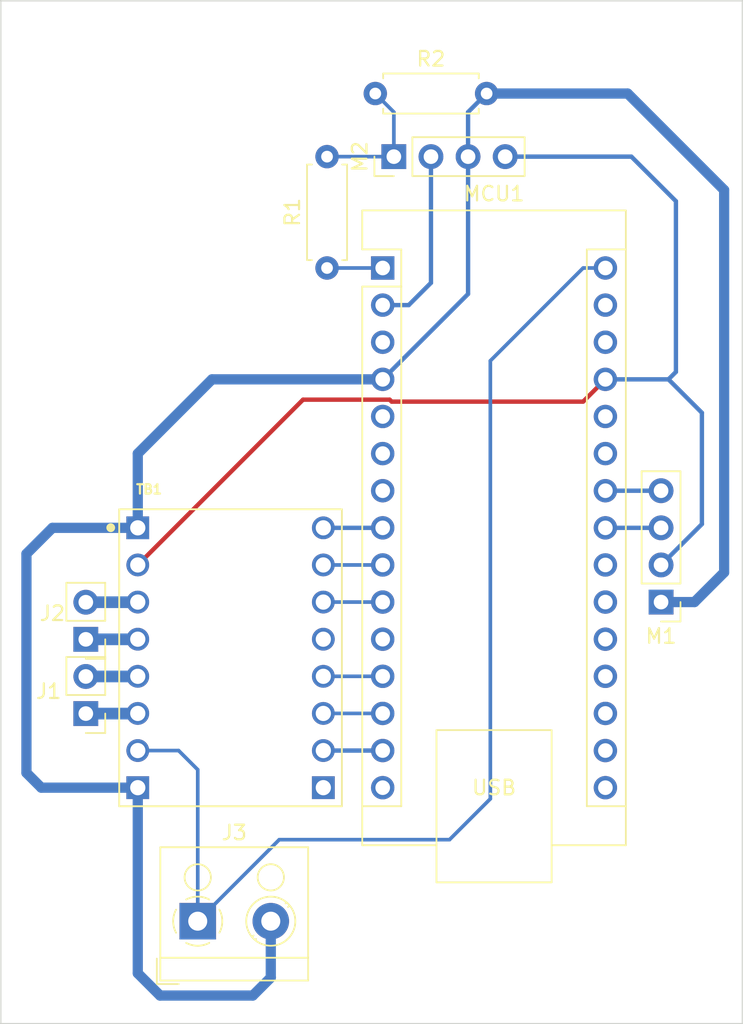
<source format=kicad_pcb>
(kicad_pcb (version 20221018) (generator pcbnew)
  (layers (0 "F.Cu" signal) (31 "B.Cu" signal) (34 "B.Paste" user) (35 "F.Paste" user) (36 "B.SilkS" user "B.Silkscreen") (37 "F.SilkS" user "F.Silkscreen") (38 "B.Mask" user) (39 "F.Mask" user) (44 "Edge.Cuts" user))
  (net 0 "")
  (net 2 "unconnected-(MCU1-D2-Pad5)")
  (net 15 "GND")
  (net 16 "/5V MCU")
  (net 17 "/SDA")
  (net 18 "/SCL")
  (net 19 "/A01")
  (net 20 "/A02")
  (net 21 "/B02")
  (net 22 "/B01")
  (net 23 "/PWMB")
  (net 24 "/PWMA")
  (net 25 "/BIN2")
  (net 26 "/BIN1")
  (net 27 "/AIN2")
  (net 28 "/AIN1")
  (net 30 "Net-(M2-Pin_1)")
  (net 31 "/D1")
  (net 32 "/D0")
  (net 33 "/8.4V")
  (footprint "Resistor_THT:R_Axial_DIN0207_L6.3mm_D2.5mm_P7.62mm_Horizontal" (layer "F.Cu") (at 49.53 65.786 90)
    (fp_text reference "R1" (at 3.81 -2.37 90) (layer "F.SilkS"))
    (fp_text value "1K")
    (fp_line (start 0.54 -1.37) (end 7.08 -1.37) (stroke (width 0.12)) (layer "F.SilkS"))
    (fp_line (start 0.54 -1.04) (end 0.54 -1.37) (stroke (width 0.12)) (layer "F.SilkS"))
    (fp_line (start 0.54 1.04) (end 0.54 1.37) (stroke (width 0.12)) (layer "F.SilkS"))
    (fp_line (start 0.54 1.37) (end 7.08 1.37) (stroke (width 0.12)) (layer "F.SilkS"))
    (fp_line (start 7.08 -1.37) (end 7.08 -1.04) (stroke (width 0.12)) (layer "F.SilkS"))
    (fp_line (start 7.08 1.37) (end 7.08 1.04) (stroke (width 0.12)) (layer "F.SilkS"))
    (pad "1" thru_hole circle (at 0 0 90) (size 1.6 1.6) (drill 0.8) (layers "*.Cu" "*.Mask") (net 32 "/D0"))
    (pad "2" thru_hole oval (at 7.62 0 90) (size 1.6 1.6) (drill 0.8) (layers "*.Cu" "*.Mask") (net 30 "Net-(M2-Pin_1)"))
  )
  (footprint "Module:Arduino_Nano" (layer "F.Cu") (at 53.34 65.786)
    (fp_text reference "MCU1" (at 7.62 -5.08) (layer "F.SilkS"))
    (fp_text value "Arduino_Nano_Every")
    (fp_text user "USB" (at 7.62 35.56 unlocked) (layer "F.SilkS"))
    (fp_line (start -1.4 -3.94) (end -1.4 -1.27) (stroke (width 0.12)) (layer "F.SilkS"))
    (fp_line (start -1.4 1.27) (end -1.4 39.5) (stroke (width 0.12)) (layer "F.SilkS"))
    (fp_line (start -1.4 39.5) (end 3.68 39.5) (stroke (width 0.12)) (layer "F.SilkS"))
    (fp_line (start 1.27 -1.27) (end -1.4 -1.27) (stroke (width 0.12)) (layer "F.SilkS"))
    (fp_line (start 1.27 1.27) (end -1.4 1.27) (stroke (width 0.12)) (layer "F.SilkS"))
    (fp_line (start 1.27 1.27) (end 1.27 -1.27) (stroke (width 0.12)) (layer "F.SilkS"))
    (fp_line (start 1.27 1.27) (end 1.27 36.83) (stroke (width 0.12)) (layer "F.SilkS"))
    (fp_line (start 1.27 36.83) (end -1.4 36.83) (stroke (width 0.12)) (layer "F.SilkS"))
    (fp_line (start 3.68 31.62) (end 11.56 31.62) (stroke (width 0.12)) (layer "F.SilkS"))
    (fp_line (start 3.68 42.04) (end 3.68 31.62) (stroke (width 0.12)) (layer "F.SilkS"))
    (fp_line (start 11.56 31.62) (end 11.56 42.04) (stroke (width 0.12)) (layer "F.SilkS"))
    (fp_line (start 11.56 42.04) (end 3.68 42.04) (stroke (width 0.12)) (layer "F.SilkS"))
    (fp_line (start 13.97 -1.27) (end 13.97 36.83) (stroke (width 0.12)) (layer "F.SilkS"))
    (fp_line (start 13.97 -1.27) (end 16.64 -1.27) (stroke (width 0.12)) (layer "F.SilkS"))
    (fp_line (start 13.97 36.83) (end 16.64 36.83) (stroke (width 0.12)) (layer "F.SilkS"))
    (fp_line (start 16.64 -3.94) (end -1.4 -3.94) (stroke (width 0.12)) (layer "F.SilkS"))
    (fp_line (start 16.64 39.5) (end 11.56 39.5) (stroke (width 0.12)) (layer "F.SilkS"))
    (fp_line (start 16.64 39.5) (end 16.64 -3.94) (stroke (width 0.12)) (layer "F.SilkS"))
    (pad "1" thru_hole rect (at 0 0) (size 1.6 1.6) (drill 1) (layers "*.Cu" "*.Mask") (net 32 "/D0"))
    (pad "2" thru_hole oval (at 0 2.54) (size 1.6 1.6) (drill 1) (layers "*.Cu" "*.Mask") (net 31 "/D1"))
    (pad "3" thru_hole oval (at 0 5.08) (size 1.6 1.6) (drill 1) (layers "*.Cu" "*.Mask"))
    (pad "4" thru_hole oval (at 0 7.62) (size 1.6 1.6) (drill 1) (layers "*.Cu" "*.Mask") (net 15 "GND"))
    (pad "5" thru_hole oval (at 0 10.16) (size 1.6 1.6) (drill 1) (layers "*.Cu" "*.Mask") (net 2 "unconnected-(MCU1-D2-Pad5)"))
    (pad "6" thru_hole oval (at 0 12.7) (size 1.6 1.6) (drill 1) (layers "*.Cu" "*.Mask"))
    (pad "7" thru_hole oval (at 0 15.24) (size 1.6 1.6) (drill 1) (layers "*.Cu" "*.Mask"))
    (pad "8" thru_hole oval (at 0 17.78) (size 1.6 1.6) (drill 1) (layers "*.Cu" "*.Mask") (net 24 "/PWMA"))
    (pad "9" thru_hole oval (at 0 20.32) (size 1.6 1.6) (drill 1) (layers "*.Cu" "*.Mask") (net 27 "/AIN2"))
    (pad "10" thru_hole oval (at 0 22.86) (size 1.6 1.6) (drill 1) (layers "*.Cu" "*.Mask") (net 28 "/AIN1"))
    (pad "11" thru_hole oval (at 0 25.4) (size 1.6 1.6) (drill 1) (layers "*.Cu" "*.Mask"))
    (pad "12" thru_hole oval (at 0 27.94) (size 1.6 1.6) (drill 1) (layers "*.Cu" "*.Mask") (net 26 "/BIN1"))
    (pad "13" thru_hole oval (at 0 30.48) (size 1.6 1.6) (drill 1) (layers "*.Cu" "*.Mask") (net 25 "/BIN2"))
    (pad "14" thru_hole oval (at 0 33.02) (size 1.6 1.6) (drill 1) (layers "*.Cu" "*.Mask") (net 23 "/PWMB"))
    (pad "15" thru_hole oval (at 0 35.56) (size 1.6 1.6) (drill 1) (layers "*.Cu" "*.Mask"))
    (pad "16" thru_hole oval (at 15.24 35.56) (size 1.6 1.6) (drill 1) (layers "*.Cu" "*.Mask"))
    (pad "17" thru_hole oval (at 15.24 33.02) (size 1.6 1.6) (drill 1) (layers "*.Cu" "*.Mask"))
    (pad "18" thru_hole oval (at 15.24 30.48) (size 1.6 1.6) (drill 1) (layers "*.Cu" "*.Mask"))
    (pad "19" thru_hole oval (at 15.24 27.94) (size 1.6 1.6) (drill 1) (layers "*.Cu" "*.Mask"))
    (pad "20" thru_hole oval (at 15.24 25.4) (size 1.6 1.6) (drill 1) (layers "*.Cu" "*.Mask"))
    (pad "21" thru_hole oval (at 15.24 22.86) (size 1.6 1.6) (drill 1) (layers "*.Cu" "*.Mask"))
    (pad "22" thru_hole oval (at 15.24 20.32) (size 1.6 1.6) (drill 1) (layers "*.Cu" "*.Mask"))
    (pad "23" thru_hole oval (at 15.24 17.78) (size 1.6 1.6) (drill 1) (layers "*.Cu" "*.Mask") (net 17 "/SDA"))
    (pad "24" thru_hole oval (at 15.24 15.24) (size 1.6 1.6) (drill 1) (layers "*.Cu" "*.Mask") (net 18 "/SCL"))
    (pad "25" thru_hole oval (at 15.24 12.7) (size 1.6 1.6) (drill 1) (layers "*.Cu" "*.Mask"))
    (pad "26" thru_hole oval (at 15.24 10.16) (size 1.6 1.6) (drill 1) (layers "*.Cu" "*.Mask"))
    (pad "27" thru_hole oval (at 15.24 7.62) (size 1.6 1.6) (drill 1) (layers "*.Cu" "*.Mask") (net 16 "/5V MCU"))
    (pad "28" thru_hole oval (at 15.24 5.08) (size 1.6 1.6) (drill 1) (layers "*.Cu" "*.Mask"))
    (pad "29" thru_hole oval (at 15.24 2.54) (size 1.6 1.6) (drill 1) (layers "*.Cu" "*.Mask") (net 15 "GND"))
    (pad "30" thru_hole oval (at 15.24 0) (size 1.6 1.6) (drill 1) (layers "*.Cu" "*.Mask") (net 33 "/8.4V"))
  )
  (footprint "Resistor_THT:R_Axial_DIN0207_L6.3mm_D2.5mm_P7.62mm_Horizontal" (layer "F.Cu") (at 52.832 53.848)
    (fp_text reference "R2" (at 3.81 -2.37) (layer "F.SilkS"))
    (fp_text value "2K")
    (fp_line (start 0.54 -1.37) (end 7.08 -1.37) (stroke (width 0.12)) (layer "F.SilkS"))
    (fp_line (start 0.54 -1.04) (end 0.54 -1.37) (stroke (width 0.12)) (layer "F.SilkS"))
    (fp_line (start 0.54 1.04) (end 0.54 1.37) (stroke (width 0.12)) (layer "F.SilkS"))
    (fp_line (start 0.54 1.37) (end 7.08 1.37) (stroke (width 0.12)) (layer "F.SilkS"))
    (fp_line (start 7.08 -1.37) (end 7.08 -1.04) (stroke (width 0.12)) (layer "F.SilkS"))
    (fp_line (start 7.08 1.37) (end 7.08 1.04) (stroke (width 0.12)) (layer "F.SilkS"))
    (pad "1" thru_hole circle (at 0 0) (size 1.6 1.6) (drill 0.8) (layers "*.Cu" "*.Mask") (net 30 "Net-(M2-Pin_1)"))
    (pad "2" thru_hole oval (at 7.62 0) (size 1.6 1.6) (drill 0.8) (layers "*.Cu" "*.Mask") (net 15 "GND"))
  )
  (footprint "Connector_PinHeader_2.54mm:PinHeader_1x04_P2.54mm_Vertical" (layer "F.Cu") (at 54.102 58.166 90)
    (fp_text reference "M2" (at 0 -2.33 90) (layer "F.SilkS"))
    (fp_text value "HC-05")
    (fp_line (start -1.33 -1.33) (end 0 -1.33) (stroke (width 0.12)) (layer "F.SilkS"))
    (fp_line (start -1.33 0) (end -1.33 -1.33) (stroke (width 0.12)) (layer "F.SilkS"))
    (fp_line (start -1.33 1.27) (end -1.33 8.95) (stroke (width 0.12)) (layer "F.SilkS"))
    (fp_line (start -1.33 1.27) (end 1.33 1.27) (stroke (width 0.12)) (layer "F.SilkS"))
    (fp_line (start -1.33 8.95) (end 1.33 8.95) (stroke (width 0.12)) (layer "F.SilkS"))
    (fp_line (start 1.33 1.27) (end 1.33 8.95) (stroke (width 0.12)) (layer "F.SilkS"))
    (pad "1" thru_hole rect (at 0 0 90) (size 1.7 1.7) (drill 1) (layers "*.Cu" "*.Mask") (net 30 "Net-(M2-Pin_1)"))
    (pad "2" thru_hole oval (at 0 2.54 90) (size 1.7 1.7) (drill 1) (layers "*.Cu" "*.Mask") (net 31 "/D1"))
    (pad "3" thru_hole oval (at 0 5.08 90) (size 1.7 1.7) (drill 1) (layers "*.Cu" "*.Mask") (net 15 "GND"))
    (pad "4" thru_hole oval (at 0 7.62 90) (size 1.7 1.7) (drill 1) (layers "*.Cu" "*.Mask") (net 16 "/5V MCU"))
  )
  (footprint "Connector_PinHeader_2.54mm:PinHeader_1x02_P2.54mm_Vertical" (layer "F.Cu") (at 33.02 96.276 180)
    (fp_text reference "J1" (at 2.54 1.524) (layer "F.SilkS"))
    (fp_text value "MotorB")
    (fp_line (start -1.33 -1.33) (end 0 -1.33) (stroke (width 0.12)) (layer "F.SilkS"))
    (fp_line (start -1.33 0) (end -1.33 -1.33) (stroke (width 0.12)) (layer "F.SilkS"))
    (fp_line (start -1.33 1.27) (end -1.33 3.87) (stroke (width 0.12)) (layer "F.SilkS"))
    (fp_line (start -1.33 1.27) (end 1.33 1.27) (stroke (width 0.12)) (layer "F.SilkS"))
    (fp_line (start -1.33 3.87) (end 1.33 3.87) (stroke (width 0.12)) (layer "F.SilkS"))
    (fp_line (start 1.33 1.27) (end 1.33 3.87) (stroke (width 0.12)) (layer "F.SilkS"))
    (pad "1" thru_hole rect (at 0 0 180) (size 1.7 1.7) (drill 1) (layers "*.Cu" "*.Mask") (net 22 "/B01"))
    (pad "2" thru_hole oval (at 0 2.54 180) (size 1.7 1.7) (drill 1) (layers "*.Cu" "*.Mask") (net 21 "/B02"))
  )
  (footprint "Connector_PinHeader_2.54mm:PinHeader_1x02_P2.54mm_Vertical" (layer "F.Cu") (at 33.02 91.196 180)
    (fp_text reference "J2" (at 2.286 1.778) (layer "F.SilkS"))
    (fp_text value "MotorA")
    (fp_line (start -1.33 -1.33) (end 0 -1.33) (stroke (width 0.12)) (layer "F.SilkS"))
    (fp_line (start -1.33 0) (end -1.33 -1.33) (stroke (width 0.12)) (layer "F.SilkS"))
    (fp_line (start -1.33 1.27) (end -1.33 3.87) (stroke (width 0.12)) (layer "F.SilkS"))
    (fp_line (start -1.33 1.27) (end 1.33 1.27) (stroke (width 0.12)) (layer "F.SilkS"))
    (fp_line (start -1.33 3.87) (end 1.33 3.87) (stroke (width 0.12)) (layer "F.SilkS"))
    (fp_line (start 1.33 1.27) (end 1.33 3.87) (stroke (width 0.12)) (layer "F.SilkS"))
    (pad "1" thru_hole rect (at 0 0 180) (size 1.7 1.7) (drill 1) (layers "*.Cu" "*.Mask") (net 19 "/A01"))
    (pad "2" thru_hole oval (at 0 2.54 180) (size 1.7 1.7) (drill 1) (layers "*.Cu" "*.Mask") (net 20 "/A02"))
  )
  (footprint "Connector_PinHeader_2.54mm:PinHeader_1x04_P2.54mm_Vertical" (layer "F.Cu") (at 72.39 88.646 180)
    (fp_text reference "M1" (at 0 -2.33) (layer "F.SilkS"))
    (fp_text value "MPU6050")
    (fp_line (start -1.33 -1.33) (end 0 -1.33) (stroke (width 0.12)) (layer "F.SilkS"))
    (fp_line (start -1.33 0) (end -1.33 -1.33) (stroke (width 0.12)) (layer "F.SilkS"))
    (fp_line (start -1.33 1.27) (end -1.33 8.95) (stroke (width 0.12)) (layer "F.SilkS"))
    (fp_line (start -1.33 1.27) (end 1.33 1.27) (stroke (width 0.12)) (layer "F.SilkS"))
    (fp_line (start -1.33 8.95) (end 1.33 8.95) (stroke (width 0.12)) (layer "F.SilkS"))
    (fp_line (start 1.33 1.27) (end 1.33 8.95) (stroke (width 0.12)) (layer "F.SilkS"))
    (pad "1" thru_hole rect (at 0 0 180) (size 1.7 1.7) (drill 1) (layers "*.Cu" "*.Mask") (net 15 "GND"))
    (pad "2" thru_hole oval (at 0 2.54 180) (size 1.7 1.7) (drill 1) (layers "*.Cu" "*.Mask") (net 16 "/5V MCU"))
    (pad "3" thru_hole oval (at 0 5.08 180) (size 1.7 1.7) (drill 1) (layers "*.Cu" "*.Mask") (net 17 "/SDA"))
    (pad "4" thru_hole oval (at 0 7.62 180) (size 1.7 1.7) (drill 1) (layers "*.Cu" "*.Mask") (net 18 "/SCL"))
  )
  (footprint "POLOLU-713:SHIELD_POLOLU-713" (layer "F.Cu") (at 42.926 92.456)
    (fp_text reference "TB1" (at -5.576673 -11.524334) (layer "F.SilkS") (effects (font (size 0.640998 0.640998))))
    (fp_text value "POLOLU-713")
    (fp_line (start -7.62 -10.16) (end 7.62 -10.16) (stroke (width 0.127)) (layer "F.SilkS"))
    (fp_line (start -7.62 10.16) (end -7.62 -10.16) (stroke (width 0.127)) (layer "F.SilkS"))
    (fp_line (start 7.62 -10.16) (end 7.62 10.16) (stroke (width 0.127)) (layer "F.SilkS"))
    (fp_line (start 7.62 10.16) (end -7.62 10.16) (stroke (width 0.127)) (layer "F.SilkS"))
    (fp_circle (center -8.2 -8.9) (end -8.05 -8.9) (stroke (width 0.3)) (fill none) (layer "F.SilkS"))
    (pad "1" thru_hole rect (at -6.35 -8.89) (size 1.56 1.56) (drill 1.04) (layers "*.Cu" "*.Mask") (net 15 "GND"))
    (pad "2" thru_hole circle (at -6.35 -6.35) (size 1.56 1.56) (drill 1.04) (layers "*.Cu" "*.Mask") (net 16 "/5V MCU"))
    (pad "3" thru_hole circle (at -6.35 -3.81) (size 1.56 1.56) (drill 1.04) (layers "*.Cu" "*.Mask") (net 20 "/A02"))
    (pad "4" thru_hole circle (at -6.35 -1.27) (size 1.56 1.56) (drill 1.04) (layers "*.Cu" "*.Mask") (net 19 "/A01"))
    (pad "5" thru_hole circle (at -6.35 1.27) (size 1.56 1.56) (drill 1.04) (layers "*.Cu" "*.Mask") (net 21 "/B02"))
    (pad "6" thru_hole circle (at -6.35 3.81) (size 1.56 1.56) (drill 1.04) (layers "*.Cu" "*.Mask") (net 22 "/B01"))
    (pad "7" thru_hole circle (at -6.35 6.35) (size 1.56 1.56) (drill 1.04) (layers "*.Cu" "*.Mask") (net 33 "/8.4V"))
    (pad "8" thru_hole rect (at -6.35 8.89) (size 1.56 1.56) (drill 1.04) (layers "*.Cu" "*.Mask") (net 15 "GND"))
    (pad "9" thru_hole rect (at 6.35 8.89) (size 1.56 1.56) (drill 1.04) (layers "*.Cu" "*.Mask") (net 15 "GND"))
    (pad "10" thru_hole circle (at 6.35 6.35) (size 1.56 1.56) (drill 1.04) (layers "*.Cu" "*.Mask") (net 23 "/PWMB"))
    (pad "11" thru_hole circle (at 6.35 3.81) (size 1.56 1.56) (drill 1.04) (layers "*.Cu" "*.Mask") (net 25 "/BIN2"))
    (pad "12" thru_hole circle (at 6.35 1.27) (size 1.56 1.56) (drill 1.04) (layers "*.Cu" "*.Mask") (net 26 "/BIN1"))
    (pad "13" thru_hole circle (at 6.35 -1.27) (size 1.56 1.56) (drill 1.04) (layers "*.Cu" "*.Mask"))
    (pad "14" thru_hole circle (at 6.35 -3.81) (size 1.56 1.56) (drill 1.04) (layers "*.Cu" "*.Mask") (net 28 "/AIN1"))
    (pad "15" thru_hole circle (at 6.35 -6.35) (size 1.56 1.56) (drill 1.04) (layers "*.Cu" "*.Mask") (net 27 "/AIN2"))
    (pad "16" thru_hole circle (at 6.35 -8.89) (size 1.56 1.56) (drill 1.04) (layers "*.Cu" "*.Mask") (net 24 "/PWMA"))
  )
  (footprint "TerminalBlock_RND:TerminalBlock_RND_205-00001_1x02_P5.00mm_Horizontal" (layer "F.Cu") (at 40.68 110.482)
    (fp_text reference "J3" (at 2.5 -6.06) (layer "F.SilkS"))
    (fp_text value "8.4V Input")
    (fp_line (start -2.8 2.56) (end -2.8 4.3) (stroke (width 0.12)) (layer "F.SilkS"))
    (fp_line (start -2.8 4.3) (end -1.3 4.3) (stroke (width 0.12)) (layer "F.SilkS"))
    (fp_line (start -2.56 -5.06) (end -2.56 4.06) (stroke (width 0.12)) (layer "F.SilkS"))
    (fp_line (start -2.56 -5.06) (end 7.56 -5.06) (stroke (width 0.12)) (layer "F.SilkS"))
    (fp_line (start -2.56 2.5) (end 7.56 2.5) (stroke (width 0.12)) (layer "F.SilkS"))
    (fp_line (start -2.56 4.06) (end 7.56 4.06) (stroke (width 0.12)) (layer "F.SilkS"))
    (fp_line (start 3.82 0.976) (end 3.726 1.069) (stroke (width 0.12)) (layer "F.SilkS"))
    (fp_line (start 3.99 1.216) (end 3.931 1.274) (stroke (width 0.12)) (layer "F.SilkS"))
    (fp_line (start 6.07 -1.275) (end 6.011 -1.216) (stroke (width 0.12)) (layer "F.SilkS"))
    (fp_line (start 6.275 -1.069) (end 6.181 -0.976) (stroke (width 0.12)) (layer "F.SilkS"))
    (fp_line (start 7.56 -5.06) (end 7.56 4.06) (stroke (width 0.12)) (layer "F.SilkS"))
    (fp_arc (start -1.483953 0.789089) (mid -1.680708 0.00005) (end -1.484 -0.789) (stroke (width 0.12)) (layer "F.SilkS"))
    (fp_arc (start -0.789089 -1.483953) (mid -0.00005 -1.680708) (end 0.789 -1.484) (stroke (width 0.12)) (layer "F.SilkS"))
    (fp_arc (start 0.029383 1.68045) (mid -0.392304 1.634281) (end -0.789 1.484) (stroke (width 0.12)) (layer "F.SilkS"))
    (fp_arc (start 0.788712 1.483352) (mid 0.406429 1.630097) (end 0 1.68) (stroke (width 0.12)) (layer "F.SilkS"))
    (fp_arc (start 1.483953 -0.789089) (mid 1.680708 -0.00005) (end 1.484 0.789) (stroke (width 0.12)) (layer "F.SilkS"))
    (fp_circle (center 0 -3) (end 0.9 -3) (stroke (width 0.12)) (fill none) (layer "F.SilkS"))
    (fp_circle (center 5 -3) (end 5.9 -3) (stroke (width 0.12)) (fill none) (layer "F.SilkS"))
    (fp_circle (center 5 0) (end 6.68 0) (stroke (width 0.12)) (fill none) (layer "F.SilkS"))
    (pad "1" thru_hole rect (at 0 0) (size 2.5 2.5) (drill 1.3) (layers "*.Cu" "*.Mask") (net 33 "/8.4V"))
    (pad "2" thru_hole circle (at 5 0) (size 2.5 2.5) (drill 1.3) (layers "*.Cu" "*.Mask") (net 15 "GND"))
  )
  (gr_rect (start 27.197 47.498) (end 77.959 117.498) (stroke (width 0.1)) (fill none) (layer "Edge.Cuts"))
  (segment (start 53.34 75.946) (end 53.975 75.946) (width 0.25) (layer "B.Cu") (net 2))
  (segment (start 45.68 110.482) (end 45.68 114.34) (width 0.7) (layer "B.Cu") (net 15))
  (segment (start 59.182 58.166) (end 59.182 55.118) (width 0.3) (layer "B.Cu") (net 15))
  (segment (start 72.39 88.646) (end 74.676 88.646) (width 0.7) (layer "B.Cu") (net 15))
  (segment (start 70.104 53.848) (end 60.452 53.848) (width 0.7) (layer "B.Cu") (net 15))
  (segment (start 36.576 83.566) (end 36.576 78.486) (width 0.7) (layer "B.Cu") (net 15))
  (segment (start 76.708 86.614) (end 76.708 60.452) (width 0.7) (layer "B.Cu") (net 15))
  (segment (start 59.182 55.118) (end 60.452 53.848) (width 0.3) (layer "B.Cu") (net 15))
  (segment (start 36.576 78.486) (end 41.656 73.406) (width 0.7) (layer "B.Cu") (net 15))
  (segment (start 45.68 114.34) (end 44.45 115.57) (width 0.7) (layer "B.Cu") (net 15))
  (segment (start 44.45 115.57) (end 38.1 115.57) (width 0.7) (layer "B.Cu") (net 15))
  (segment (start 76.708 60.452) (end 70.104 53.848) (width 0.7) (layer "B.Cu") (net 15))
  (segment (start 36.576 101.346) (end 29.972 101.346) (width 0.7) (layer "B.Cu") (net 15))
  (segment (start 59.182 58.166) (end 59.182 67.564) (width 0.3) (layer "B.Cu") (net 15))
  (segment (start 28.956 100.33) (end 28.956 85.344) (width 0.7) (layer "B.Cu") (net 15))
  (segment (start 36.576 114.046) (end 36.576 101.346) (width 0.7) (layer "B.Cu") (net 15))
  (segment (start 74.676 88.646) (end 76.708 86.614) (width 0.7) (layer "B.Cu") (net 15))
  (segment (start 28.956 85.344) (end 30.734 83.566) (width 0.7) (layer "B.Cu") (net 15))
  (segment (start 29.972 101.346) (end 28.956 100.33) (width 0.7) (layer "B.Cu") (net 15))
  (segment (start 41.656 73.406) (end 53.34 73.406) (width 0.7) (layer "B.Cu") (net 15))
  (segment (start 38.1 115.57) (end 36.576 114.046) (width 0.7) (layer "B.Cu") (net 15))
  (segment (start 59.182 67.564) (end 53.34 73.406) (width 0.3) (layer "B.Cu") (net 15))
  (segment (start 30.734 83.566) (end 36.576 83.566) (width 0.7) (layer "B.Cu") (net 15))
  (segment (start 67.056 74.93) (end 68.58 73.406) (width 0.3) (layer "F.Cu") (net 16))
  (segment (start 36.576 86.106) (end 47.886 74.796) (width 0.3) (layer "F.Cu") (net 16))
  (segment (start 47.886 74.796) (end 53.816346 74.796) (width 0.3) (layer "F.Cu") (net 16))
  (segment (start 53.950346 74.93) (end 67.056 74.93) (width 0.3) (layer "F.Cu") (net 16))
  (segment (start 53.816346 74.796) (end 53.950346 74.93) (width 0.3) (layer "F.Cu") (net 16))
  (segment (start 75.184 83.312) (end 75.184 75.692) (width 0.3) (layer "B.Cu") (net 16))
  (segment (start 73.406 72.898) (end 72.898 73.406) (width 0.3) (layer "B.Cu") (net 16))
  (segment (start 72.39 86.106) (end 75.184 83.312) (width 0.3) (layer "B.Cu") (net 16))
  (segment (start 61.722 58.166) (end 70.358 58.166) (width 0.3) (layer "B.Cu") (net 16))
  (segment (start 72.898 73.406) (end 68.58 73.406) (width 0.3) (layer "B.Cu") (net 16))
  (segment (start 73.406 61.214) (end 73.406 72.898) (width 0.3) (layer "B.Cu") (net 16))
  (segment (start 75.184 75.692) (end 72.898 73.406) (width 0.3) (layer "B.Cu") (net 16))
  (segment (start 70.358 58.166) (end 73.406 61.214) (width 0.3) (layer "B.Cu") (net 16))
  (segment (start 68.58 83.566) (end 72.39 83.566) (width 0.3) (layer "B.Cu") (net 17))
  (segment (start 68.58 81.026) (end 72.39 81.026) (width 0.3) (layer "B.Cu") (net 18))
  (segment (start 36.566 91.196) (end 36.576 91.186) (width 0.8) (layer "B.Cu") (net 19))
  (segment (start 33.02 91.196) (end 36.566 91.196) (width 0.8) (layer "B.Cu") (net 19))
  (segment (start 33.02 88.656) (end 36.566 88.656) (width 0.8) (layer "B.Cu") (net 20))
  (segment (start 36.566 88.656) (end 36.576 88.646) (width 0.8) (layer "B.Cu") (net 20))
  (segment (start 36.566 93.736) (end 36.576 93.726) (width 0.8) (layer "B.Cu") (net 21))
  (segment (start 33.02 93.736) (end 36.566 93.736) (width 0.8) (layer "B.Cu") (net 21))
  (segment (start 36.566 96.276) (end 36.576 96.266) (width 0.8) (layer "B.Cu") (net 22))
  (segment (start 33.02 96.276) (end 36.566 96.276) (width 0.8) (layer "B.Cu") (net 22))
  (segment (start 49.276 98.806) (end 53.34 98.806) (width 0.3) (layer "B.Cu") (net 23))
  (segment (start 49.276 83.566) (end 53.34 83.566) (width 0.3) (layer "B.Cu") (net 24))
  (segment (start 53.34 96.266) (end 49.276 96.266) (width 0.25) (layer "B.Cu") (net 25))
  (segment (start 49.276 93.726) (end 53.34 93.726) (width 0.25) (layer "B.Cu") (net 26))
  (segment (start 49.276 86.106) (end 53.34 86.106) (width 0.25) (layer "B.Cu") (net 27))
  (segment (start 49.276 88.646) (end 53.34 88.646) (width 0.25) (layer "B.Cu") (net 28))
  (segment (start 54.102 58.166) (end 54.102 55.118) (width 0.25) (layer "B.Cu") (net 30))
  (segment (start 49.53 58.166) (end 54.102 58.166) (width 0.25) (layer "B.Cu") (net 30))
  (segment (start 54.102 55.118) (end 52.832 53.848) (width 0.25) (layer "B.Cu") (net 30))
  (segment (start 56.642 66.802) (end 55.118 68.326) (width 0.3) (layer "B.Cu") (net 31))
  (segment (start 55.118 68.326) (end 53.34 68.326) (width 0.3) (layer "B.Cu") (net 31))
  (segment (start 56.642 58.166) (end 56.642 66.802) (width 0.3) (layer "B.Cu") (net 31))
  (segment (start 53.34 65.786) (end 49.53 65.786) (width 0.25) (layer "B.Cu") (net 32))
  (segment (start 68.58 65.786) (end 67.056 65.786) (width 0.25) (layer "B.Cu") (net 33))
  (segment (start 67.056 65.786) (end 60.706 72.136) (width 0.25) (layer "B.Cu") (net 33))
  (segment (start 39.37 98.806) (end 36.576 98.806) (width 0.25) (layer "B.Cu") (net 33))
  (segment (start 57.912 104.902) (end 46.26 104.902) (width 0.25) (layer "B.Cu") (net 33))
  (segment (start 60.706 102.108) (end 57.912 104.902) (width 0.25) (layer "B.Cu") (net 33))
  (segment (start 40.68 100.116) (end 39.37 98.806) (width 0.25) (layer "B.Cu") (net 33))
  (segment (start 40.68 110.482) (end 40.68 100.116) (width 0.25) (layer "B.Cu") (net 33))
  (segment (start 60.706 72.136) (end 60.706 102.108) (width 0.25) (layer "B.Cu") (net 33))
  (segment (start 46.26 104.902) (end 40.68 110.482) (width 0.25) (layer "B.Cu") (net 33))
)
</source>
